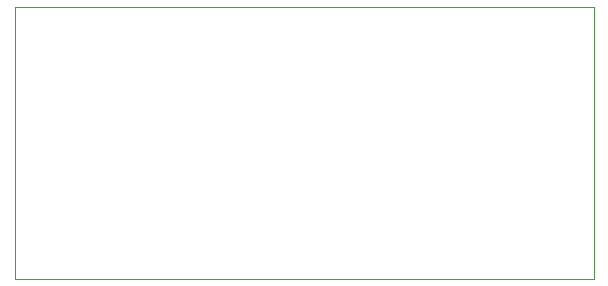
<source format=gbr>
%TF.GenerationSoftware,KiCad,Pcbnew,5.1.9-1.fc33*%
%TF.CreationDate,2021-03-04T20:35:35+03:00*%
%TF.ProjectId,CC2420_module,43433234-3230-45f6-9d6f-64756c652e6b,rev?*%
%TF.SameCoordinates,Original*%
%TF.FileFunction,Profile,NP*%
%FSLAX46Y46*%
G04 Gerber Fmt 4.6, Leading zero omitted, Abs format (unit mm)*
G04 Created by KiCad (PCBNEW 5.1.9-1.fc33) date 2021-03-04 20:35:35*
%MOMM*%
%LPD*%
G01*
G04 APERTURE LIST*
%TA.AperFunction,Profile*%
%ADD10C,0.050000*%
%TD*%
G04 APERTURE END LIST*
D10*
X219000000Y-66000000D02*
X170000000Y-66000000D01*
X219000000Y-89000000D02*
X219000000Y-66000000D01*
X170000000Y-89000000D02*
X219000000Y-89000000D01*
X170000000Y-66000000D02*
X170000000Y-89000000D01*
M02*

</source>
